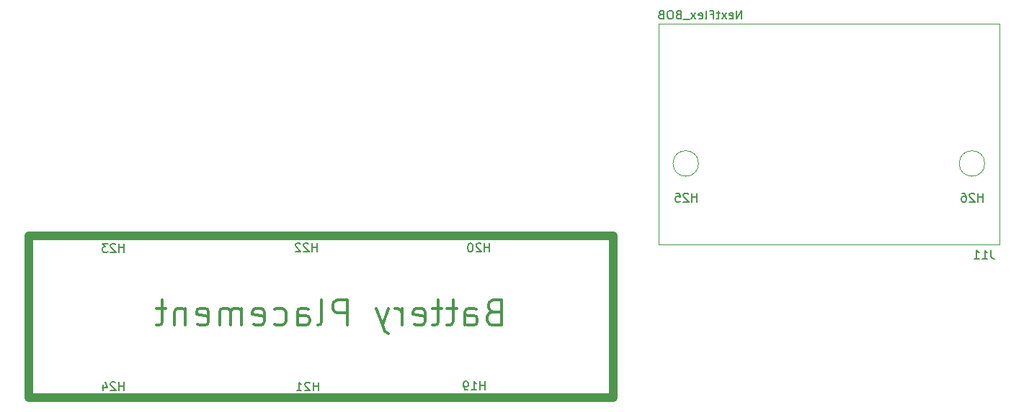
<source format=gbr>
G04 #@! TF.GenerationSoftware,KiCad,Pcbnew,(5.1.5)-3*
G04 #@! TF.CreationDate,2020-04-14T00:16:00-04:00*
G04 #@! TF.ProjectId,Deck_Plate_Daughter,4465636b-5f50-46c6-9174-655f44617567,rev?*
G04 #@! TF.SameCoordinates,Original*
G04 #@! TF.FileFunction,Legend,Bot*
G04 #@! TF.FilePolarity,Positive*
%FSLAX46Y46*%
G04 Gerber Fmt 4.6, Leading zero omitted, Abs format (unit mm)*
G04 Created by KiCad (PCBNEW (5.1.5)-3) date 2020-04-14 00:16:00*
%MOMM*%
%LPD*%
G04 APERTURE LIST*
%ADD10C,0.300000*%
%ADD11C,1.000000*%
%ADD12C,0.120000*%
%ADD13C,0.150000*%
G04 APERTURE END LIST*
D10*
X136831428Y-100945714D02*
X136402857Y-101088571D01*
X136260000Y-101231428D01*
X136117142Y-101517142D01*
X136117142Y-101945714D01*
X136260000Y-102231428D01*
X136402857Y-102374285D01*
X136688571Y-102517142D01*
X137831428Y-102517142D01*
X137831428Y-99517142D01*
X136831428Y-99517142D01*
X136545714Y-99660000D01*
X136402857Y-99802857D01*
X136260000Y-100088571D01*
X136260000Y-100374285D01*
X136402857Y-100660000D01*
X136545714Y-100802857D01*
X136831428Y-100945714D01*
X137831428Y-100945714D01*
X133545714Y-102517142D02*
X133545714Y-100945714D01*
X133688571Y-100660000D01*
X133974285Y-100517142D01*
X134545714Y-100517142D01*
X134831428Y-100660000D01*
X133545714Y-102374285D02*
X133831428Y-102517142D01*
X134545714Y-102517142D01*
X134831428Y-102374285D01*
X134974285Y-102088571D01*
X134974285Y-101802857D01*
X134831428Y-101517142D01*
X134545714Y-101374285D01*
X133831428Y-101374285D01*
X133545714Y-101231428D01*
X132545714Y-100517142D02*
X131402857Y-100517142D01*
X132117142Y-99517142D02*
X132117142Y-102088571D01*
X131974285Y-102374285D01*
X131688571Y-102517142D01*
X131402857Y-102517142D01*
X130831428Y-100517142D02*
X129688571Y-100517142D01*
X130402857Y-99517142D02*
X130402857Y-102088571D01*
X130260000Y-102374285D01*
X129974285Y-102517142D01*
X129688571Y-102517142D01*
X127545714Y-102374285D02*
X127831428Y-102517142D01*
X128402857Y-102517142D01*
X128688571Y-102374285D01*
X128831428Y-102088571D01*
X128831428Y-100945714D01*
X128688571Y-100660000D01*
X128402857Y-100517142D01*
X127831428Y-100517142D01*
X127545714Y-100660000D01*
X127402857Y-100945714D01*
X127402857Y-101231428D01*
X128831428Y-101517142D01*
X126117142Y-102517142D02*
X126117142Y-100517142D01*
X126117142Y-101088571D02*
X125974285Y-100802857D01*
X125831428Y-100660000D01*
X125545714Y-100517142D01*
X125260000Y-100517142D01*
X124545714Y-100517142D02*
X123831428Y-102517142D01*
X123117142Y-100517142D02*
X123831428Y-102517142D01*
X124117142Y-103231428D01*
X124260000Y-103374285D01*
X124545714Y-103517142D01*
X119688571Y-102517142D02*
X119688571Y-99517142D01*
X118545714Y-99517142D01*
X118260000Y-99660000D01*
X118117142Y-99802857D01*
X117974285Y-100088571D01*
X117974285Y-100517142D01*
X118117142Y-100802857D01*
X118260000Y-100945714D01*
X118545714Y-101088571D01*
X119688571Y-101088571D01*
X116260000Y-102517142D02*
X116545714Y-102374285D01*
X116688571Y-102088571D01*
X116688571Y-99517142D01*
X113831428Y-102517142D02*
X113831428Y-100945714D01*
X113974285Y-100660000D01*
X114260000Y-100517142D01*
X114831428Y-100517142D01*
X115117142Y-100660000D01*
X113831428Y-102374285D02*
X114117142Y-102517142D01*
X114831428Y-102517142D01*
X115117142Y-102374285D01*
X115260000Y-102088571D01*
X115260000Y-101802857D01*
X115117142Y-101517142D01*
X114831428Y-101374285D01*
X114117142Y-101374285D01*
X113831428Y-101231428D01*
X111117142Y-102374285D02*
X111402857Y-102517142D01*
X111974285Y-102517142D01*
X112260000Y-102374285D01*
X112402857Y-102231428D01*
X112545714Y-101945714D01*
X112545714Y-101088571D01*
X112402857Y-100802857D01*
X112260000Y-100660000D01*
X111974285Y-100517142D01*
X111402857Y-100517142D01*
X111117142Y-100660000D01*
X108688571Y-102374285D02*
X108974285Y-102517142D01*
X109545714Y-102517142D01*
X109831428Y-102374285D01*
X109974285Y-102088571D01*
X109974285Y-100945714D01*
X109831428Y-100660000D01*
X109545714Y-100517142D01*
X108974285Y-100517142D01*
X108688571Y-100660000D01*
X108545714Y-100945714D01*
X108545714Y-101231428D01*
X109974285Y-101517142D01*
X107260000Y-102517142D02*
X107260000Y-100517142D01*
X107260000Y-100802857D02*
X107117142Y-100660000D01*
X106831428Y-100517142D01*
X106402857Y-100517142D01*
X106117142Y-100660000D01*
X105974285Y-100945714D01*
X105974285Y-102517142D01*
X105974285Y-100945714D02*
X105831428Y-100660000D01*
X105545714Y-100517142D01*
X105117142Y-100517142D01*
X104831428Y-100660000D01*
X104688571Y-100945714D01*
X104688571Y-102517142D01*
X102117142Y-102374285D02*
X102402857Y-102517142D01*
X102974285Y-102517142D01*
X103260000Y-102374285D01*
X103402857Y-102088571D01*
X103402857Y-100945714D01*
X103260000Y-100660000D01*
X102974285Y-100517142D01*
X102402857Y-100517142D01*
X102117142Y-100660000D01*
X101974285Y-100945714D01*
X101974285Y-101231428D01*
X103402857Y-101517142D01*
X100688571Y-100517142D02*
X100688571Y-102517142D01*
X100688571Y-100802857D02*
X100545714Y-100660000D01*
X100260000Y-100517142D01*
X99831428Y-100517142D01*
X99545714Y-100660000D01*
X99402857Y-100945714D01*
X99402857Y-102517142D01*
X98402857Y-100517142D02*
X97260000Y-100517142D01*
X97974285Y-99517142D02*
X97974285Y-102088571D01*
X97831428Y-102374285D01*
X97545714Y-102517142D01*
X97260000Y-102517142D01*
D11*
X82260000Y-92020000D02*
X150980000Y-92020000D01*
X150980000Y-92020000D02*
X150980000Y-111080000D01*
X82260000Y-92020000D02*
X82260000Y-111080000D01*
X82260000Y-111080000D02*
X150980000Y-111080000D01*
D12*
X160962000Y-83469600D02*
G75*
G03X160962000Y-83469600I-1500000J0D01*
G01*
X194591600Y-83469600D02*
G75*
G03X194591600Y-83469600I-1500000J0D01*
G01*
X196292000Y-67010400D02*
X196292000Y-93020000D01*
X156261600Y-67010400D02*
X196292000Y-67010400D01*
X156261600Y-93020000D02*
X156261600Y-67010400D01*
X196292000Y-93020000D02*
X156261600Y-93020000D01*
D13*
X194378895Y-87986380D02*
X194378895Y-86986380D01*
X194378895Y-87462571D02*
X193807466Y-87462571D01*
X193807466Y-87986380D02*
X193807466Y-86986380D01*
X193378895Y-87081619D02*
X193331276Y-87034000D01*
X193236038Y-86986380D01*
X192997942Y-86986380D01*
X192902704Y-87034000D01*
X192855085Y-87081619D01*
X192807466Y-87176857D01*
X192807466Y-87272095D01*
X192855085Y-87414952D01*
X193426514Y-87986380D01*
X192807466Y-87986380D01*
X191950323Y-86986380D02*
X192140800Y-86986380D01*
X192236038Y-87034000D01*
X192283657Y-87081619D01*
X192378895Y-87224476D01*
X192426514Y-87414952D01*
X192426514Y-87795904D01*
X192378895Y-87891142D01*
X192331276Y-87938761D01*
X192236038Y-87986380D01*
X192045561Y-87986380D01*
X191950323Y-87938761D01*
X191902704Y-87891142D01*
X191855085Y-87795904D01*
X191855085Y-87557809D01*
X191902704Y-87462571D01*
X191950323Y-87414952D01*
X192045561Y-87367333D01*
X192236038Y-87367333D01*
X192331276Y-87414952D01*
X192378895Y-87462571D01*
X192426514Y-87557809D01*
X160758895Y-87986380D02*
X160758895Y-86986380D01*
X160758895Y-87462571D02*
X160187466Y-87462571D01*
X160187466Y-87986380D02*
X160187466Y-86986380D01*
X159758895Y-87081619D02*
X159711276Y-87034000D01*
X159616038Y-86986380D01*
X159377942Y-86986380D01*
X159282704Y-87034000D01*
X159235085Y-87081619D01*
X159187466Y-87176857D01*
X159187466Y-87272095D01*
X159235085Y-87414952D01*
X159806514Y-87986380D01*
X159187466Y-87986380D01*
X158282704Y-86986380D02*
X158758895Y-86986380D01*
X158806514Y-87462571D01*
X158758895Y-87414952D01*
X158663657Y-87367333D01*
X158425561Y-87367333D01*
X158330323Y-87414952D01*
X158282704Y-87462571D01*
X158235085Y-87557809D01*
X158235085Y-87795904D01*
X158282704Y-87891142D01*
X158330323Y-87938761D01*
X158425561Y-87986380D01*
X158663657Y-87986380D01*
X158758895Y-87938761D01*
X158806514Y-87891142D01*
X195323523Y-93691580D02*
X195323523Y-94405866D01*
X195371142Y-94548723D01*
X195466380Y-94643961D01*
X195609238Y-94691580D01*
X195704476Y-94691580D01*
X194323523Y-94691580D02*
X194894952Y-94691580D01*
X194609238Y-94691580D02*
X194609238Y-93691580D01*
X194704476Y-93834438D01*
X194799714Y-93929676D01*
X194894952Y-93977295D01*
X193371142Y-94691580D02*
X193942571Y-94691580D01*
X193656857Y-94691580D02*
X193656857Y-93691580D01*
X193752095Y-93834438D01*
X193847333Y-93929676D01*
X193942571Y-93977295D01*
X166033333Y-66452380D02*
X166033333Y-65452380D01*
X165461904Y-66452380D01*
X165461904Y-65452380D01*
X164604761Y-66404761D02*
X164700000Y-66452380D01*
X164890476Y-66452380D01*
X164985714Y-66404761D01*
X165033333Y-66309523D01*
X165033333Y-65928571D01*
X164985714Y-65833333D01*
X164890476Y-65785714D01*
X164700000Y-65785714D01*
X164604761Y-65833333D01*
X164557142Y-65928571D01*
X164557142Y-66023809D01*
X165033333Y-66119047D01*
X164223809Y-66452380D02*
X163700000Y-65785714D01*
X164223809Y-65785714D02*
X163700000Y-66452380D01*
X163461904Y-65785714D02*
X163080952Y-65785714D01*
X163319047Y-65452380D02*
X163319047Y-66309523D01*
X163271428Y-66404761D01*
X163176190Y-66452380D01*
X163080952Y-66452380D01*
X162414285Y-65928571D02*
X162747619Y-65928571D01*
X162747619Y-66452380D02*
X162747619Y-65452380D01*
X162271428Y-65452380D01*
X161747619Y-66452380D02*
X161842857Y-66404761D01*
X161890476Y-66309523D01*
X161890476Y-65452380D01*
X160985714Y-66404761D02*
X161080952Y-66452380D01*
X161271428Y-66452380D01*
X161366666Y-66404761D01*
X161414285Y-66309523D01*
X161414285Y-65928571D01*
X161366666Y-65833333D01*
X161271428Y-65785714D01*
X161080952Y-65785714D01*
X160985714Y-65833333D01*
X160938095Y-65928571D01*
X160938095Y-66023809D01*
X161414285Y-66119047D01*
X160604761Y-66452380D02*
X160080952Y-65785714D01*
X160604761Y-65785714D02*
X160080952Y-66452380D01*
X159938095Y-66547619D02*
X159176190Y-66547619D01*
X158604761Y-65928571D02*
X158461904Y-65976190D01*
X158414285Y-66023809D01*
X158366666Y-66119047D01*
X158366666Y-66261904D01*
X158414285Y-66357142D01*
X158461904Y-66404761D01*
X158557142Y-66452380D01*
X158938095Y-66452380D01*
X158938095Y-65452380D01*
X158604761Y-65452380D01*
X158509523Y-65500000D01*
X158461904Y-65547619D01*
X158414285Y-65642857D01*
X158414285Y-65738095D01*
X158461904Y-65833333D01*
X158509523Y-65880952D01*
X158604761Y-65928571D01*
X158938095Y-65928571D01*
X157747619Y-65452380D02*
X157557142Y-65452380D01*
X157461904Y-65500000D01*
X157366666Y-65595238D01*
X157319047Y-65785714D01*
X157319047Y-66119047D01*
X157366666Y-66309523D01*
X157461904Y-66404761D01*
X157557142Y-66452380D01*
X157747619Y-66452380D01*
X157842857Y-66404761D01*
X157938095Y-66309523D01*
X157985714Y-66119047D01*
X157985714Y-65785714D01*
X157938095Y-65595238D01*
X157842857Y-65500000D01*
X157747619Y-65452380D01*
X156557142Y-65928571D02*
X156414285Y-65976190D01*
X156366666Y-66023809D01*
X156319047Y-66119047D01*
X156319047Y-66261904D01*
X156366666Y-66357142D01*
X156414285Y-66404761D01*
X156509523Y-66452380D01*
X156890476Y-66452380D01*
X156890476Y-65452380D01*
X156557142Y-65452380D01*
X156461904Y-65500000D01*
X156414285Y-65547619D01*
X156366666Y-65642857D01*
X156366666Y-65738095D01*
X156414285Y-65833333D01*
X156461904Y-65880952D01*
X156557142Y-65928571D01*
X156890476Y-65928571D01*
X93448095Y-110202380D02*
X93448095Y-109202380D01*
X93448095Y-109678571D02*
X92876666Y-109678571D01*
X92876666Y-110202380D02*
X92876666Y-109202380D01*
X92448095Y-109297619D02*
X92400476Y-109250000D01*
X92305238Y-109202380D01*
X92067142Y-109202380D01*
X91971904Y-109250000D01*
X91924285Y-109297619D01*
X91876666Y-109392857D01*
X91876666Y-109488095D01*
X91924285Y-109630952D01*
X92495714Y-110202380D01*
X91876666Y-110202380D01*
X91019523Y-109535714D02*
X91019523Y-110202380D01*
X91257619Y-109154761D02*
X91495714Y-109869047D01*
X90876666Y-109869047D01*
X93458095Y-93912380D02*
X93458095Y-92912380D01*
X93458095Y-93388571D02*
X92886666Y-93388571D01*
X92886666Y-93912380D02*
X92886666Y-92912380D01*
X92458095Y-93007619D02*
X92410476Y-92960000D01*
X92315238Y-92912380D01*
X92077142Y-92912380D01*
X91981904Y-92960000D01*
X91934285Y-93007619D01*
X91886666Y-93102857D01*
X91886666Y-93198095D01*
X91934285Y-93340952D01*
X92505714Y-93912380D01*
X91886666Y-93912380D01*
X91553333Y-92912380D02*
X90934285Y-92912380D01*
X91267619Y-93293333D01*
X91124761Y-93293333D01*
X91029523Y-93340952D01*
X90981904Y-93388571D01*
X90934285Y-93483809D01*
X90934285Y-93721904D01*
X90981904Y-93817142D01*
X91029523Y-93864761D01*
X91124761Y-93912380D01*
X91410476Y-93912380D01*
X91505714Y-93864761D01*
X91553333Y-93817142D01*
X116128095Y-93842380D02*
X116128095Y-92842380D01*
X116128095Y-93318571D02*
X115556666Y-93318571D01*
X115556666Y-93842380D02*
X115556666Y-92842380D01*
X115128095Y-92937619D02*
X115080476Y-92890000D01*
X114985238Y-92842380D01*
X114747142Y-92842380D01*
X114651904Y-92890000D01*
X114604285Y-92937619D01*
X114556666Y-93032857D01*
X114556666Y-93128095D01*
X114604285Y-93270952D01*
X115175714Y-93842380D01*
X114556666Y-93842380D01*
X114175714Y-92937619D02*
X114128095Y-92890000D01*
X114032857Y-92842380D01*
X113794761Y-92842380D01*
X113699523Y-92890000D01*
X113651904Y-92937619D01*
X113604285Y-93032857D01*
X113604285Y-93128095D01*
X113651904Y-93270952D01*
X114223333Y-93842380D01*
X113604285Y-93842380D01*
X116278095Y-110222380D02*
X116278095Y-109222380D01*
X116278095Y-109698571D02*
X115706666Y-109698571D01*
X115706666Y-110222380D02*
X115706666Y-109222380D01*
X115278095Y-109317619D02*
X115230476Y-109270000D01*
X115135238Y-109222380D01*
X114897142Y-109222380D01*
X114801904Y-109270000D01*
X114754285Y-109317619D01*
X114706666Y-109412857D01*
X114706666Y-109508095D01*
X114754285Y-109650952D01*
X115325714Y-110222380D01*
X114706666Y-110222380D01*
X113754285Y-110222380D02*
X114325714Y-110222380D01*
X114040000Y-110222380D02*
X114040000Y-109222380D01*
X114135238Y-109365238D01*
X114230476Y-109460476D01*
X114325714Y-109508095D01*
X136398095Y-93862380D02*
X136398095Y-92862380D01*
X136398095Y-93338571D02*
X135826666Y-93338571D01*
X135826666Y-93862380D02*
X135826666Y-92862380D01*
X135398095Y-92957619D02*
X135350476Y-92910000D01*
X135255238Y-92862380D01*
X135017142Y-92862380D01*
X134921904Y-92910000D01*
X134874285Y-92957619D01*
X134826666Y-93052857D01*
X134826666Y-93148095D01*
X134874285Y-93290952D01*
X135445714Y-93862380D01*
X134826666Y-93862380D01*
X134207619Y-92862380D02*
X134112380Y-92862380D01*
X134017142Y-92910000D01*
X133969523Y-92957619D01*
X133921904Y-93052857D01*
X133874285Y-93243333D01*
X133874285Y-93481428D01*
X133921904Y-93671904D01*
X133969523Y-93767142D01*
X134017142Y-93814761D01*
X134112380Y-93862380D01*
X134207619Y-93862380D01*
X134302857Y-93814761D01*
X134350476Y-93767142D01*
X134398095Y-93671904D01*
X134445714Y-93481428D01*
X134445714Y-93243333D01*
X134398095Y-93052857D01*
X134350476Y-92957619D01*
X134302857Y-92910000D01*
X134207619Y-92862380D01*
X135858095Y-110132380D02*
X135858095Y-109132380D01*
X135858095Y-109608571D02*
X135286666Y-109608571D01*
X135286666Y-110132380D02*
X135286666Y-109132380D01*
X134286666Y-110132380D02*
X134858095Y-110132380D01*
X134572380Y-110132380D02*
X134572380Y-109132380D01*
X134667619Y-109275238D01*
X134762857Y-109370476D01*
X134858095Y-109418095D01*
X133810476Y-110132380D02*
X133620000Y-110132380D01*
X133524761Y-110084761D01*
X133477142Y-110037142D01*
X133381904Y-109894285D01*
X133334285Y-109703809D01*
X133334285Y-109322857D01*
X133381904Y-109227619D01*
X133429523Y-109180000D01*
X133524761Y-109132380D01*
X133715238Y-109132380D01*
X133810476Y-109180000D01*
X133858095Y-109227619D01*
X133905714Y-109322857D01*
X133905714Y-109560952D01*
X133858095Y-109656190D01*
X133810476Y-109703809D01*
X133715238Y-109751428D01*
X133524761Y-109751428D01*
X133429523Y-109703809D01*
X133381904Y-109656190D01*
X133334285Y-109560952D01*
M02*

</source>
